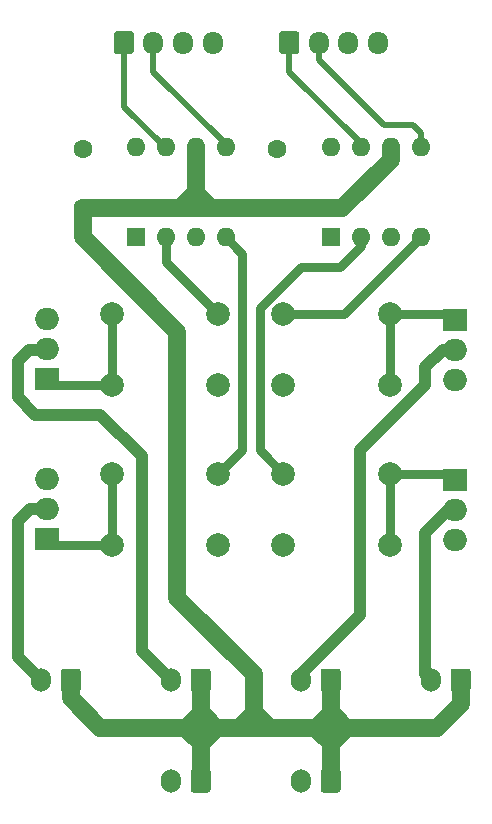
<source format=gbr>
G04 #@! TF.GenerationSoftware,KiCad,Pcbnew,(5.1.7)-1*
G04 #@! TF.CreationDate,2020-12-19T16:34:15+02:00*
G04 #@! TF.ProjectId,hp_led_switch,68705f6c-6564-45f7-9377-697463682e6b,rev?*
G04 #@! TF.SameCoordinates,Original*
G04 #@! TF.FileFunction,Copper,L1,Top*
G04 #@! TF.FilePolarity,Positive*
%FSLAX46Y46*%
G04 Gerber Fmt 4.6, Leading zero omitted, Abs format (unit mm)*
G04 Created by KiCad (PCBNEW (5.1.7)-1) date 2020-12-19 16:34:15*
%MOMM*%
%LPD*%
G01*
G04 APERTURE LIST*
G04 #@! TA.AperFunction,ComponentPad*
%ADD10C,2.000000*%
G04 #@! TD*
G04 #@! TA.AperFunction,ComponentPad*
%ADD11C,1.600000*%
G04 #@! TD*
G04 #@! TA.AperFunction,ComponentPad*
%ADD12O,2.000000X1.905000*%
G04 #@! TD*
G04 #@! TA.AperFunction,ComponentPad*
%ADD13R,2.000000X1.905000*%
G04 #@! TD*
G04 #@! TA.AperFunction,ComponentPad*
%ADD14O,1.600000X1.600000*%
G04 #@! TD*
G04 #@! TA.AperFunction,ComponentPad*
%ADD15R,1.600000X1.600000*%
G04 #@! TD*
G04 #@! TA.AperFunction,ComponentPad*
%ADD16O,1.700000X2.000000*%
G04 #@! TD*
G04 #@! TA.AperFunction,ComponentPad*
%ADD17O,1.700000X1.950000*%
G04 #@! TD*
G04 #@! TA.AperFunction,Conductor*
%ADD18C,1.000000*%
G04 #@! TD*
G04 #@! TA.AperFunction,Conductor*
%ADD19C,1.250000*%
G04 #@! TD*
G04 #@! TA.AperFunction,Conductor*
%ADD20C,1.500000*%
G04 #@! TD*
G04 #@! TA.AperFunction,Conductor*
%ADD21C,0.500000*%
G04 #@! TD*
G04 #@! TA.AperFunction,Conductor*
%ADD22C,0.750000*%
G04 #@! TD*
G04 APERTURE END LIST*
D10*
X144000000Y-74500000D03*
X135000000Y-74500000D03*
D11*
X149000000Y-47000000D03*
X149000000Y-52000000D03*
D10*
X158500000Y-67000000D03*
X149500000Y-67000000D03*
D11*
X132500000Y-47000000D03*
X132500000Y-52000000D03*
D12*
X164000000Y-80080000D03*
X164000000Y-77540000D03*
D13*
X164000000Y-75000000D03*
D10*
X135000000Y-67000000D03*
X144000000Y-67000000D03*
X158500000Y-80500000D03*
X149500000Y-80500000D03*
X135000000Y-80500000D03*
X144000000Y-80500000D03*
D12*
X164000000Y-66580000D03*
X164000000Y-64040000D03*
D13*
X164000000Y-61500000D03*
D12*
X129500000Y-61420000D03*
X129500000Y-63960000D03*
D13*
X129500000Y-66500000D03*
D12*
X129500000Y-74920000D03*
X129500000Y-77460000D03*
D13*
X129500000Y-80000000D03*
D14*
X137000000Y-46880000D03*
X144620000Y-54500000D03*
X139540000Y-46880000D03*
X142080000Y-54500000D03*
X142080000Y-46880000D03*
X139540000Y-54500000D03*
X144620000Y-46880000D03*
D15*
X137000000Y-54500000D03*
D14*
X153500000Y-46880000D03*
X161120000Y-54500000D03*
X156040000Y-46880000D03*
X158580000Y-54500000D03*
X158580000Y-46880000D03*
X156040000Y-54500000D03*
X161120000Y-46880000D03*
D15*
X153500000Y-54500000D03*
D16*
X151000000Y-100500000D03*
G04 #@! TA.AperFunction,ComponentPad*
G36*
G01*
X154350000Y-99750000D02*
X154350000Y-101250000D01*
G75*
G02*
X154100000Y-101500000I-250000J0D01*
G01*
X152900000Y-101500000D01*
G75*
G02*
X152650000Y-101250000I0J250000D01*
G01*
X152650000Y-99750000D01*
G75*
G02*
X152900000Y-99500000I250000J0D01*
G01*
X154100000Y-99500000D01*
G75*
G02*
X154350000Y-99750000I0J-250000D01*
G01*
G37*
G04 #@! TD.AperFunction*
G04 #@! TA.AperFunction,ComponentPad*
G36*
G01*
X165350000Y-91250000D02*
X165350000Y-92750000D01*
G75*
G02*
X165100000Y-93000000I-250000J0D01*
G01*
X163900000Y-93000000D01*
G75*
G02*
X163650000Y-92750000I0J250000D01*
G01*
X163650000Y-91250000D01*
G75*
G02*
X163900000Y-91000000I250000J0D01*
G01*
X165100000Y-91000000D01*
G75*
G02*
X165350000Y-91250000I0J-250000D01*
G01*
G37*
G04 #@! TD.AperFunction*
X162000000Y-92000000D03*
D10*
X149500000Y-74500000D03*
X158500000Y-74500000D03*
X144000000Y-61000000D03*
X135000000Y-61000000D03*
X149500000Y-61000000D03*
X158500000Y-61000000D03*
D16*
X140000000Y-100500000D03*
G04 #@! TA.AperFunction,ComponentPad*
G36*
G01*
X143350000Y-99750000D02*
X143350000Y-101250000D01*
G75*
G02*
X143100000Y-101500000I-250000J0D01*
G01*
X141900000Y-101500000D01*
G75*
G02*
X141650000Y-101250000I0J250000D01*
G01*
X141650000Y-99750000D01*
G75*
G02*
X141900000Y-99500000I250000J0D01*
G01*
X143100000Y-99500000D01*
G75*
G02*
X143350000Y-99750000I0J-250000D01*
G01*
G37*
G04 #@! TD.AperFunction*
G04 #@! TA.AperFunction,ComponentPad*
G36*
G01*
X143350000Y-91250000D02*
X143350000Y-92750000D01*
G75*
G02*
X143100000Y-93000000I-250000J0D01*
G01*
X141900000Y-93000000D01*
G75*
G02*
X141650000Y-92750000I0J250000D01*
G01*
X141650000Y-91250000D01*
G75*
G02*
X141900000Y-91000000I250000J0D01*
G01*
X143100000Y-91000000D01*
G75*
G02*
X143350000Y-91250000I0J-250000D01*
G01*
G37*
G04 #@! TD.AperFunction*
X140000000Y-92000000D03*
G04 #@! TA.AperFunction,ComponentPad*
G36*
G01*
X154350000Y-91250000D02*
X154350000Y-92750000D01*
G75*
G02*
X154100000Y-93000000I-250000J0D01*
G01*
X152900000Y-93000000D01*
G75*
G02*
X152650000Y-92750000I0J250000D01*
G01*
X152650000Y-91250000D01*
G75*
G02*
X152900000Y-91000000I250000J0D01*
G01*
X154100000Y-91000000D01*
G75*
G02*
X154350000Y-91250000I0J-250000D01*
G01*
G37*
G04 #@! TD.AperFunction*
X151000000Y-92000000D03*
G04 #@! TA.AperFunction,ComponentPad*
G36*
G01*
X132350000Y-91250000D02*
X132350000Y-92750000D01*
G75*
G02*
X132100000Y-93000000I-250000J0D01*
G01*
X130900000Y-93000000D01*
G75*
G02*
X130650000Y-92750000I0J250000D01*
G01*
X130650000Y-91250000D01*
G75*
G02*
X130900000Y-91000000I250000J0D01*
G01*
X132100000Y-91000000D01*
G75*
G02*
X132350000Y-91250000I0J-250000D01*
G01*
G37*
G04 #@! TD.AperFunction*
X129000000Y-92000000D03*
D17*
X157500000Y-38000000D03*
X155000000Y-38000000D03*
X152500000Y-38000000D03*
G04 #@! TA.AperFunction,ComponentPad*
G36*
G01*
X149150000Y-38725000D02*
X149150000Y-37275000D01*
G75*
G02*
X149400000Y-37025000I250000J0D01*
G01*
X150600000Y-37025000D01*
G75*
G02*
X150850000Y-37275000I0J-250000D01*
G01*
X150850000Y-38725000D01*
G75*
G02*
X150600000Y-38975000I-250000J0D01*
G01*
X149400000Y-38975000D01*
G75*
G02*
X149150000Y-38725000I0J250000D01*
G01*
G37*
G04 #@! TD.AperFunction*
X143500000Y-38000000D03*
X141000000Y-38000000D03*
X138500000Y-38000000D03*
G04 #@! TA.AperFunction,ComponentPad*
G36*
G01*
X135150000Y-38725000D02*
X135150000Y-37275000D01*
G75*
G02*
X135400000Y-37025000I250000J0D01*
G01*
X136600000Y-37025000D01*
G75*
G02*
X136850000Y-37275000I0J-250000D01*
G01*
X136850000Y-38725000D01*
G75*
G02*
X136600000Y-38975000I-250000J0D01*
G01*
X135400000Y-38975000D01*
G75*
G02*
X135150000Y-38725000I0J250000D01*
G01*
G37*
G04 #@! TD.AperFunction*
D18*
X127000000Y-90000000D02*
X129000000Y-92000000D01*
X127000000Y-78500000D02*
X127000000Y-90000000D01*
X128040000Y-77460000D02*
X127000000Y-78500000D01*
X129500000Y-77460000D02*
X128040000Y-77460000D01*
D19*
X148500000Y-96000000D02*
X147000000Y-94500000D01*
X145500000Y-96000000D02*
X147000000Y-94500000D01*
X143500000Y-52000000D02*
X142000000Y-50500000D01*
X140500000Y-52000000D02*
X142000000Y-50500000D01*
X152000000Y-96000000D02*
X153500000Y-97500000D01*
X155000000Y-96000000D02*
X153500000Y-97500000D01*
X141000000Y-96000000D02*
X142500000Y-97500000D01*
X144000000Y-96000000D02*
X142500000Y-97500000D01*
D20*
X153500000Y-100500000D02*
X153500000Y-96000000D01*
D19*
X155000000Y-96000000D02*
X153500000Y-94500000D01*
X152000000Y-96000000D02*
X153500000Y-94500000D01*
X144000000Y-96000000D02*
X142500000Y-94500000D01*
D20*
X153500000Y-96000000D02*
X153500000Y-92000000D01*
X142500000Y-92000000D02*
X142500000Y-96000000D01*
X164500000Y-94000000D02*
X164500000Y-92000000D01*
X162500000Y-96000000D02*
X164500000Y-94000000D01*
X148000000Y-96000000D02*
X162500000Y-96000000D01*
X131500000Y-93500000D02*
X131500000Y-92000000D01*
X134000000Y-96000000D02*
X131500000Y-93500000D01*
D19*
X141000000Y-96000000D02*
X142500000Y-94500000D01*
D20*
X142500000Y-100500000D02*
X142500000Y-96000000D01*
X148000000Y-96000000D02*
X147000000Y-96000000D01*
X147000000Y-96000000D02*
X134000000Y-96000000D01*
X132500000Y-52000000D02*
X149000000Y-52000000D01*
X142080000Y-51580000D02*
X142080000Y-46880000D01*
X142500000Y-52000000D02*
X142080000Y-51580000D01*
X149000000Y-52000000D02*
X142500000Y-52000000D01*
X147000000Y-91500000D02*
X140575010Y-85075010D01*
X147000000Y-96000000D02*
X147000000Y-91500000D01*
X132500000Y-54500000D02*
X132500000Y-52000000D01*
X140500000Y-62500000D02*
X132500000Y-54500000D01*
X140500000Y-85000000D02*
X140500000Y-62500000D01*
X158580000Y-47920000D02*
X158580000Y-46880000D01*
X154500000Y-52000000D02*
X158580000Y-47920000D01*
X149000000Y-52000000D02*
X154500000Y-52000000D01*
D18*
X129460000Y-64000000D02*
X129500000Y-63960000D01*
X127000000Y-65000000D02*
X128000000Y-64000000D01*
X128500000Y-69500000D02*
X127000000Y-68000000D01*
X128000000Y-64000000D02*
X129460000Y-64000000D01*
X134000000Y-69500000D02*
X128500000Y-69500000D01*
X137500000Y-73000000D02*
X134000000Y-69500000D01*
X137500000Y-89500000D02*
X137500000Y-73000000D01*
X127000000Y-68000000D02*
X127000000Y-65000000D01*
X140000000Y-92000000D02*
X137500000Y-89500000D01*
X156000000Y-72500000D02*
X156000000Y-86500000D01*
X161500000Y-67000000D02*
X156000000Y-72500000D01*
X156000000Y-86500000D02*
X151000000Y-91500000D01*
X161500000Y-65500000D02*
X161500000Y-67000000D01*
X163000000Y-64000000D02*
X161500000Y-65500000D01*
X151000000Y-91500000D02*
X151000000Y-92000000D01*
X163040000Y-64040000D02*
X163000000Y-64000000D01*
X164000000Y-64040000D02*
X163040000Y-64040000D01*
X161500000Y-91500000D02*
X162000000Y-92000000D01*
X161500000Y-79500000D02*
X161500000Y-91500000D01*
X163460000Y-77540000D02*
X161500000Y-79500000D01*
X164000000Y-77540000D02*
X163460000Y-77540000D01*
D21*
X144620000Y-46620000D02*
X144620000Y-46880000D01*
X138500000Y-40500000D02*
X144620000Y-46620000D01*
X138500000Y-38000000D02*
X138500000Y-40500000D01*
X156040000Y-46540000D02*
X156040000Y-46880000D01*
X150000000Y-40500000D02*
X156040000Y-46540000D01*
X150000000Y-38000000D02*
X150000000Y-40500000D01*
X161120000Y-45620000D02*
X161120000Y-46880000D01*
X160500000Y-45000000D02*
X161120000Y-45620000D01*
X158000000Y-45000000D02*
X160500000Y-45000000D01*
X152500000Y-39500000D02*
X158000000Y-45000000D01*
X152500000Y-38000000D02*
X152500000Y-39500000D01*
X139460000Y-46880000D02*
X139540000Y-46880000D01*
X136000000Y-43420000D02*
X139460000Y-46880000D01*
X136000000Y-38000000D02*
X136000000Y-43420000D01*
D22*
X130000000Y-80500000D02*
X129500000Y-80000000D01*
X135000000Y-80500000D02*
X130000000Y-80500000D01*
X135000000Y-74500000D02*
X135000000Y-80500000D01*
X135000000Y-61000000D02*
X135000000Y-67000000D01*
X130000000Y-67000000D02*
X129500000Y-66500000D01*
X135000000Y-67000000D02*
X130000000Y-67000000D01*
X158500000Y-74500000D02*
X158500000Y-80500000D01*
X163500000Y-74500000D02*
X158500000Y-74500000D01*
X164000000Y-75000000D02*
X163500000Y-74500000D01*
X158500000Y-61000000D02*
X158500000Y-67000000D01*
X163500000Y-61000000D02*
X164000000Y-61500000D01*
X158500000Y-61000000D02*
X163500000Y-61000000D01*
X146000000Y-72500000D02*
X144000000Y-74500000D01*
X146000000Y-55880000D02*
X146000000Y-72500000D01*
X144620000Y-54500000D02*
X146000000Y-55880000D01*
X139540000Y-56540000D02*
X144000000Y-61000000D01*
X139540000Y-54500000D02*
X139540000Y-56540000D01*
X156040000Y-55230000D02*
X156040000Y-54500000D01*
X154270000Y-57000000D02*
X156040000Y-55230000D01*
X151000000Y-57000000D02*
X154270000Y-57000000D01*
X147500000Y-60500000D02*
X151000000Y-57000000D01*
X147500000Y-72500000D02*
X147500000Y-60500000D01*
X149500000Y-74500000D02*
X147500000Y-72500000D01*
X154620000Y-61000000D02*
X149500000Y-61000000D01*
X161120000Y-54500000D02*
X154620000Y-61000000D01*
M02*

</source>
